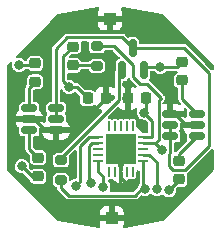
<source format=gbr>
%TF.GenerationSoftware,KiCad,Pcbnew,7.0.7*%
%TF.CreationDate,2023-11-25T18:05:24+10:30*%
%TF.ProjectId,ring_pcb_IR,72696e67-5f70-4636-925f-49522e6b6963,rev?*%
%TF.SameCoordinates,Original*%
%TF.FileFunction,Copper,L1,Top*%
%TF.FilePolarity,Positive*%
%FSLAX46Y46*%
G04 Gerber Fmt 4.6, Leading zero omitted, Abs format (unit mm)*
G04 Created by KiCad (PCBNEW 7.0.7) date 2023-11-25 18:05:24*
%MOMM*%
%LPD*%
G01*
G04 APERTURE LIST*
G04 Aperture macros list*
%AMRoundRect*
0 Rectangle with rounded corners*
0 $1 Rounding radius*
0 $2 $3 $4 $5 $6 $7 $8 $9 X,Y pos of 4 corners*
0 Add a 4 corners polygon primitive as box body*
4,1,4,$2,$3,$4,$5,$6,$7,$8,$9,$2,$3,0*
0 Add four circle primitives for the rounded corners*
1,1,$1+$1,$2,$3*
1,1,$1+$1,$4,$5*
1,1,$1+$1,$6,$7*
1,1,$1+$1,$8,$9*
0 Add four rect primitives between the rounded corners*
20,1,$1+$1,$2,$3,$4,$5,0*
20,1,$1+$1,$4,$5,$6,$7,0*
20,1,$1+$1,$6,$7,$8,$9,0*
20,1,$1+$1,$8,$9,$2,$3,0*%
G04 Aperture macros list end*
%TA.AperFunction,SMDPad,CuDef*%
%ADD10RoundRect,0.200000X0.275000X-0.200000X0.275000X0.200000X-0.275000X0.200000X-0.275000X-0.200000X0*%
%TD*%
%TA.AperFunction,SMDPad,CuDef*%
%ADD11RoundRect,0.225000X-0.225000X-0.250000X0.225000X-0.250000X0.225000X0.250000X-0.225000X0.250000X0*%
%TD*%
%TA.AperFunction,SMDPad,CuDef*%
%ADD12RoundRect,0.150000X0.150000X-0.587500X0.150000X0.587500X-0.150000X0.587500X-0.150000X-0.587500X0*%
%TD*%
%TA.AperFunction,SMDPad,CuDef*%
%ADD13RoundRect,0.218750X0.256250X-0.218750X0.256250X0.218750X-0.256250X0.218750X-0.256250X-0.218750X0*%
%TD*%
%TA.AperFunction,SMDPad,CuDef*%
%ADD14RoundRect,0.218750X-0.256250X0.218750X-0.256250X-0.218750X0.256250X-0.218750X0.256250X0.218750X0*%
%TD*%
%TA.AperFunction,SMDPad,CuDef*%
%ADD15R,1.000000X1.000000*%
%TD*%
%TA.AperFunction,SMDPad,CuDef*%
%ADD16RoundRect,0.150000X0.512500X0.150000X-0.512500X0.150000X-0.512500X-0.150000X0.512500X-0.150000X0*%
%TD*%
%TA.AperFunction,SMDPad,CuDef*%
%ADD17RoundRect,0.062500X-0.362500X-0.062500X0.362500X-0.062500X0.362500X0.062500X-0.362500X0.062500X0*%
%TD*%
%TA.AperFunction,SMDPad,CuDef*%
%ADD18RoundRect,0.062500X-0.062500X-0.362500X0.062500X-0.362500X0.062500X0.362500X-0.062500X0.362500X0*%
%TD*%
%TA.AperFunction,SMDPad,CuDef*%
%ADD19R,2.600000X2.600000*%
%TD*%
%TA.AperFunction,SMDPad,CuDef*%
%ADD20RoundRect,0.225000X0.225000X0.250000X-0.225000X0.250000X-0.225000X-0.250000X0.225000X-0.250000X0*%
%TD*%
%TA.AperFunction,SMDPad,CuDef*%
%ADD21RoundRect,0.150000X-0.512500X-0.150000X0.512500X-0.150000X0.512500X0.150000X-0.512500X0.150000X0*%
%TD*%
%TA.AperFunction,ViaPad*%
%ADD22C,0.800000*%
%TD*%
%TA.AperFunction,Conductor*%
%ADD23C,0.250000*%
%TD*%
G04 APERTURE END LIST*
D10*
%TO.P,R1,1*%
%TO.N,PB0*%
X132334000Y-116395000D03*
%TO.P,R1,2*%
%TO.N,Net-(Q1-B)*%
X132334000Y-114745000D03*
%TD*%
D11*
%TO.P,C1,1*%
%TO.N,VCC*%
X134607000Y-109474000D03*
%TO.P,C1,2*%
%TO.N,GND*%
X136157000Y-109474000D03*
%TD*%
D12*
%TO.P,Q1,1,B*%
%TO.N,Net-(Q1-B)*%
X137480000Y-107109500D03*
%TO.P,Q1,2,E*%
%TO.N,VCC*%
X139380000Y-107109500D03*
%TO.P,Q1,3,C*%
%TO.N,Net-(Q1-C)*%
X138430000Y-105234500D03*
%TD*%
D13*
%TO.P,D3,1,K*%
%TO.N,Net-(D3-K)*%
X130175000Y-108102500D03*
%TO.P,D3,2,A*%
%TO.N,VCC*%
X130175000Y-106527500D03*
%TD*%
D14*
%TO.P,D1,1,K*%
%TO.N,Net-(D1-K)*%
X130429000Y-114528500D03*
%TO.P,D1,2,A*%
%TO.N,VCC*%
X130429000Y-116103500D03*
%TD*%
%TO.P,D4,1,K*%
%TO.N,Net-(D4-K)*%
X142367000Y-114782500D03*
%TO.P,D4,2,A*%
%TO.N,VCC*%
X142367000Y-116357500D03*
%TD*%
D15*
%TO.P,TP7,1,1*%
%TO.N,GND*%
X136525000Y-102743000D03*
%TD*%
%TO.P,TP8,1,1*%
%TO.N,GND*%
X136652000Y-119634000D03*
%TD*%
D16*
%TO.P,Q2,1,C2*%
%TO.N,Net-(D4-K)*%
X143885500Y-112710000D03*
%TO.P,Q2,2,E2*%
%TO.N,GND*%
X143885500Y-111760000D03*
%TO.P,Q2,3,C1*%
%TO.N,Net-(D2-K)*%
X143885500Y-110810000D03*
%TO.P,Q2,4,E1*%
%TO.N,GND*%
X141610500Y-110810000D03*
%TO.P,Q2,5,B1*%
%TO.N,Net-(Q1-C)*%
X141610500Y-111760000D03*
%TO.P,Q2,6,B2*%
X141610500Y-112710000D03*
%TD*%
D13*
%TO.P,D2,1,K*%
%TO.N,Net-(D2-K)*%
X142621000Y-107975500D03*
%TO.P,D2,2,A*%
%TO.N,VCC*%
X142621000Y-106400500D03*
%TD*%
D17*
%TO.P,U2,1,~{RESET}/PB5*%
%TO.N,PB5*%
X135489000Y-112792000D03*
%TO.P,U2,2,XTAL1/PB3*%
%TO.N,PB3*%
X135489000Y-113292000D03*
%TO.P,U2,3,NC*%
%TO.N,unconnected-(U2-NC-Pad3)*%
X135489000Y-113792000D03*
%TO.P,U2,4,NC*%
%TO.N,unconnected-(U2-NC-Pad4)*%
X135489000Y-114292000D03*
%TO.P,U2,5,XTAL2/PB4*%
%TO.N,PB4*%
X135489000Y-114792000D03*
D18*
%TO.P,U2,6,NC*%
%TO.N,unconnected-(U2-NC-Pad6)*%
X136414000Y-115717000D03*
%TO.P,U2,7,NC*%
%TO.N,unconnected-(U2-NC-Pad7)*%
X136914000Y-115717000D03*
%TO.P,U2,8,GND*%
%TO.N,GND*%
X137414000Y-115717000D03*
%TO.P,U2,9,NC*%
%TO.N,unconnected-(U2-NC-Pad9)*%
X137914000Y-115717000D03*
%TO.P,U2,10,NC*%
%TO.N,unconnected-(U2-NC-Pad10)*%
X138414000Y-115717000D03*
D17*
%TO.P,U2,11,AREF/PB0*%
%TO.N,PB0*%
X139339000Y-114792000D03*
%TO.P,U2,12,PB1*%
%TO.N,PB1*%
X139339000Y-114292000D03*
%TO.P,U2,13,NC*%
%TO.N,unconnected-(U2-NC-Pad13)*%
X139339000Y-113792000D03*
%TO.P,U2,14,PB2*%
%TO.N,PB2*%
X139339000Y-113292000D03*
%TO.P,U2,15,VCC*%
%TO.N,VCC*%
X139339000Y-112792000D03*
D18*
%TO.P,U2,16,NC*%
%TO.N,unconnected-(U2-NC-Pad16)*%
X138414000Y-111867000D03*
%TO.P,U2,17,NC*%
%TO.N,unconnected-(U2-NC-Pad17)*%
X137914000Y-111867000D03*
%TO.P,U2,18,NC*%
%TO.N,unconnected-(U2-NC-Pad18)*%
X137414000Y-111867000D03*
%TO.P,U2,19,NC*%
%TO.N,unconnected-(U2-NC-Pad19)*%
X136914000Y-111867000D03*
%TO.P,U2,20,NC*%
%TO.N,unconnected-(U2-NC-Pad20)*%
X136414000Y-111867000D03*
D19*
%TO.P,U2,21,GND*%
%TO.N,GND*%
X137414000Y-113792000D03*
%TD*%
D20*
%TO.P,C2,1*%
%TO.N,VCC*%
X139560600Y-109474000D03*
%TO.P,C2,2*%
%TO.N,GND*%
X138010600Y-109474000D03*
%TD*%
D21*
%TO.P,Q3,1,C2*%
%TO.N,Net-(D3-K)*%
X129672500Y-110302000D03*
%TO.P,Q3,2,E2*%
%TO.N,GND*%
X129672500Y-111252000D03*
%TO.P,Q3,3,C1*%
%TO.N,Net-(D1-K)*%
X129672500Y-112202000D03*
%TO.P,Q3,4,E1*%
%TO.N,GND*%
X131947500Y-112202000D03*
%TO.P,Q3,5,B1*%
%TO.N,Net-(Q1-C)*%
X131947500Y-111252000D03*
%TO.P,Q3,6,B2*%
X131947500Y-110302000D03*
%TD*%
D13*
%TO.P,D5,1,K*%
%TO.N,Net-(D5-K)*%
X133350000Y-106705500D03*
%TO.P,D5,2,A*%
%TO.N,VCC*%
X133350000Y-105130500D03*
%TD*%
D10*
%TO.P,R2,1*%
%TO.N,Net-(D5-K)*%
X135382000Y-106743000D03*
%TO.P,R2,2*%
%TO.N,PB2*%
X135382000Y-105093000D03*
%TD*%
D22*
%TO.N,GND*%
X138049000Y-116840000D03*
X136271000Y-107823000D03*
X141351000Y-108458000D03*
X138042329Y-108322888D03*
%TO.N,PB5*%
X133604000Y-116898102D03*
%TO.N,PB4*%
X135942300Y-116997200D03*
%TO.N,PB3*%
X134882300Y-116694400D03*
%TO.N,PB2*%
X140876900Y-113832900D03*
%TO.N,PB1*%
X140464200Y-117185100D03*
%TO.N,PB0*%
X139458600Y-117156500D03*
%TO.N,VCC*%
X140761700Y-106823900D03*
X141469700Y-117288000D03*
X129029500Y-115231600D03*
X128809700Y-106667800D03*
X139379000Y-110695800D03*
X133063400Y-108552600D03*
%TD*%
D23*
%TO.N,VCC*%
X140081000Y-111397800D02*
X139379000Y-110695800D01*
X140081000Y-112792000D02*
X140081000Y-111397800D01*
X139339000Y-112792000D02*
X140081000Y-112792000D01*
%TO.N,PB2*%
X140623000Y-113005000D02*
X140336000Y-113292000D01*
X139615500Y-108250200D02*
X140843000Y-109477700D01*
X138475400Y-107678800D02*
X139046800Y-108250200D01*
X138475400Y-106692400D02*
X138475400Y-107678800D01*
X140623000Y-109697700D02*
X140623000Y-113005000D01*
X136876000Y-105093000D02*
X138475400Y-106692400D01*
X139046800Y-108250200D02*
X139615500Y-108250200D01*
X140843000Y-109477700D02*
X140623000Y-109697700D01*
X135382000Y-105093000D02*
X136876000Y-105093000D01*
%TO.N,PB0*%
X132334000Y-117045405D02*
X132334000Y-116395000D01*
X138646900Y-117729000D02*
X133017595Y-117729000D01*
X139339000Y-117036900D02*
X138646900Y-117729000D01*
X133017595Y-117729000D02*
X132334000Y-117045405D01*
%TO.N,GND*%
X137414000Y-116205000D02*
X137414000Y-115717000D01*
X138049000Y-116840000D02*
X137414000Y-116205000D01*
%TO.N,PB5*%
X134748000Y-112792000D02*
X135489000Y-112792000D01*
X133604000Y-116898102D02*
X133998800Y-116503302D01*
X133998800Y-116503302D02*
X133998800Y-113541200D01*
X133998800Y-113541200D02*
X134748000Y-112792000D01*
%TO.N,GND*%
X141610500Y-110810000D02*
X141994751Y-110810000D01*
X141994751Y-110810000D02*
X142944751Y-111760000D01*
X142944751Y-111760000D02*
X143885500Y-111760000D01*
X133429000Y-112202000D02*
X131947500Y-112202000D01*
X136157000Y-109474000D02*
X133429000Y-112202000D01*
X136271000Y-109360000D02*
X136157000Y-109474000D01*
X136271000Y-107823000D02*
X136271000Y-109360000D01*
X138042329Y-109442271D02*
X138010600Y-109474000D01*
X138042329Y-108322888D02*
X138042329Y-109442271D01*
X141610500Y-108717500D02*
X141351000Y-108458000D01*
X141610500Y-110810000D02*
X141610500Y-108717500D01*
X130056751Y-111252000D02*
X131006751Y-112202000D01*
X131006751Y-112202000D02*
X131947500Y-112202000D01*
X129672500Y-111252000D02*
X130056751Y-111252000D01*
%TO.N,PB4*%
X135489000Y-115669400D02*
X135489000Y-114792000D01*
X135942300Y-116122700D02*
X135489000Y-115669400D01*
X135942300Y-116997200D02*
X135942300Y-116122700D01*
%TO.N,PB3*%
X134960200Y-113292000D02*
X135489000Y-113292000D01*
X134727000Y-113525200D02*
X134960200Y-113292000D01*
X134727000Y-116539100D02*
X134727000Y-113525200D01*
X134882300Y-116694400D02*
X134727000Y-116539100D01*
%TO.N,PB2*%
X140876900Y-113832900D02*
X140336000Y-113292000D01*
X140336000Y-113292000D02*
X139339000Y-113292000D01*
%TO.N,PB1*%
X139838600Y-114292000D02*
X139339000Y-114292000D01*
X140464200Y-114917600D02*
X139838600Y-114292000D01*
X140464200Y-117185100D02*
X140464200Y-114917600D01*
%TO.N,PB0*%
X139458600Y-117156500D02*
X139339000Y-117036900D01*
X139339000Y-117036900D02*
X139339000Y-114792000D01*
%TO.N,Net-(Q1-C)*%
X141610500Y-112710000D02*
X141610500Y-111760000D01*
X141610500Y-114124800D02*
X141610500Y-112710000D01*
X141539600Y-114195700D02*
X141610500Y-114124800D01*
X141539600Y-115251100D02*
X141539600Y-114195700D01*
X141858500Y-115570000D02*
X141539600Y-115251100D01*
X142834200Y-115570000D02*
X141858500Y-115570000D01*
X144913300Y-113490900D02*
X142834200Y-115570000D01*
X144913300Y-107375500D02*
X144913300Y-113490900D01*
X142772300Y-105234500D02*
X144913300Y-107375500D01*
X138430000Y-105234500D02*
X142772300Y-105234500D01*
X131947500Y-111252000D02*
X131947500Y-110302000D01*
X137535600Y-104340100D02*
X138430000Y-105234500D01*
X132892700Y-104340100D02*
X137535600Y-104340100D01*
X131947500Y-105285300D02*
X132892700Y-104340100D01*
X131947500Y-110302000D02*
X131947500Y-105285300D01*
%TO.N,Net-(Q1-B)*%
X132334000Y-114569200D02*
X132334000Y-114745000D01*
X137234500Y-109668700D02*
X132334000Y-114569200D01*
X137234500Y-107355000D02*
X137234500Y-109668700D01*
X137480000Y-107109500D02*
X137234500Y-107355000D01*
%TO.N,Net-(D5-K)*%
X135344500Y-106705500D02*
X135382000Y-106743000D01*
X133350000Y-106705500D02*
X135344500Y-106705500D01*
%TO.N,Net-(D4-K)*%
X142367000Y-114228500D02*
X142367000Y-114782500D01*
X143885500Y-112710000D02*
X142367000Y-114228500D01*
%TO.N,Net-(D3-K)*%
X129672500Y-108605000D02*
X130175000Y-108102500D01*
X129672500Y-110302000D02*
X129672500Y-108605000D01*
%TO.N,Net-(D2-K)*%
X142621000Y-109545500D02*
X142621000Y-107975500D01*
X143885500Y-110810000D02*
X142621000Y-109545500D01*
%TO.N,Net-(D1-K)*%
X129672500Y-113772000D02*
X130429000Y-114528500D01*
X129672500Y-112202000D02*
X129672500Y-113772000D01*
%TO.N,VCC*%
X142367000Y-116390700D02*
X142367000Y-116357500D01*
X141469700Y-117288000D02*
X142367000Y-116390700D01*
X129901400Y-116103500D02*
X130429000Y-116103500D01*
X129029500Y-115231600D02*
X129901400Y-116103500D01*
X130034700Y-106667800D02*
X130175000Y-106527500D01*
X128809700Y-106667800D02*
X130034700Y-106667800D01*
X142197600Y-106823900D02*
X140761700Y-106823900D01*
X142621000Y-106400500D02*
X142197600Y-106823900D01*
X139665600Y-106823900D02*
X139380000Y-107109500D01*
X140761700Y-106823900D02*
X139665600Y-106823900D01*
X139560600Y-110514200D02*
X139560600Y-109474000D01*
X139379000Y-110695800D02*
X139560600Y-110514200D01*
X132538500Y-108027700D02*
X133063400Y-108552600D01*
X132538500Y-105942000D02*
X132538500Y-108027700D01*
X133350000Y-105130500D02*
X132538500Y-105942000D01*
X133685600Y-108552600D02*
X134607000Y-109474000D01*
X133063400Y-108552600D02*
X133685600Y-108552600D01*
%TD*%
%TA.AperFunction,Conductor*%
%TO.N,GND*%
G36*
X137570049Y-101779658D02*
G01*
X140930903Y-102355804D01*
X140993652Y-102386533D01*
X140997632Y-102390340D01*
X145251181Y-106643888D01*
X145284666Y-106705211D01*
X145287500Y-106731569D01*
X145287500Y-106990011D01*
X145267815Y-107057050D01*
X145215011Y-107102805D01*
X145145853Y-107112749D01*
X145082297Y-107083724D01*
X145075819Y-107077692D01*
X144564889Y-106566762D01*
X143014419Y-105016293D01*
X143010774Y-105012314D01*
X142984756Y-104981307D01*
X142984755Y-104981306D01*
X142973358Y-104974726D01*
X142949692Y-104961061D01*
X142945131Y-104958155D01*
X142931987Y-104948952D01*
X142911984Y-104934946D01*
X142911981Y-104934945D01*
X142907161Y-104932697D01*
X142890355Y-104925735D01*
X142885343Y-104923911D01*
X142845490Y-104916883D01*
X142840210Y-104915712D01*
X142801108Y-104905235D01*
X142766192Y-104908290D01*
X142760781Y-104908764D01*
X142755378Y-104909000D01*
X139054500Y-104909000D01*
X138987461Y-104889315D01*
X138941706Y-104836511D01*
X138930500Y-104785000D01*
X138930500Y-104613739D01*
X138920573Y-104545608D01*
X138920573Y-104545607D01*
X138869198Y-104440517D01*
X138869196Y-104440515D01*
X138869196Y-104440514D01*
X138786485Y-104357803D01*
X138681391Y-104306426D01*
X138613261Y-104296500D01*
X138613260Y-104296500D01*
X138246740Y-104296500D01*
X138246739Y-104296500D01*
X138178608Y-104306426D01*
X138112830Y-104338583D01*
X138043956Y-104350341D01*
X137979660Y-104322998D01*
X137970689Y-104314863D01*
X137952326Y-104296500D01*
X137777719Y-104121893D01*
X137774074Y-104117914D01*
X137748056Y-104086907D01*
X137748055Y-104086906D01*
X137736658Y-104080326D01*
X137712992Y-104066661D01*
X137708431Y-104063755D01*
X137695287Y-104054552D01*
X137675284Y-104040546D01*
X137675281Y-104040545D01*
X137670461Y-104038297D01*
X137653655Y-104031335D01*
X137648643Y-104029511D01*
X137608790Y-104022483D01*
X137603510Y-104021312D01*
X137564408Y-104010835D01*
X137529492Y-104013890D01*
X137524081Y-104014364D01*
X137518678Y-104014600D01*
X132909622Y-104014600D01*
X132904218Y-104014364D01*
X132898807Y-104013890D01*
X132863892Y-104010835D01*
X132863891Y-104010835D01*
X132824791Y-104021312D01*
X132819511Y-104022483D01*
X132779659Y-104029510D01*
X132774661Y-104031329D01*
X132757817Y-104038306D01*
X132753013Y-104040546D01*
X132719866Y-104063756D01*
X132715306Y-104066662D01*
X132680248Y-104086904D01*
X132680240Y-104086910D01*
X132654223Y-104117915D01*
X132650569Y-104121904D01*
X131729303Y-105043170D01*
X131725314Y-105046825D01*
X131694305Y-105072845D01*
X131674062Y-105107906D01*
X131671156Y-105112466D01*
X131647946Y-105145613D01*
X131645706Y-105150417D01*
X131638729Y-105167261D01*
X131636910Y-105172259D01*
X131629883Y-105212111D01*
X131628712Y-105217391D01*
X131618235Y-105256491D01*
X131621764Y-105296813D01*
X131622000Y-105302220D01*
X131622000Y-109677500D01*
X131602315Y-109744539D01*
X131549511Y-109790294D01*
X131498000Y-109801500D01*
X131401739Y-109801500D01*
X131333608Y-109811426D01*
X131228514Y-109862803D01*
X131145803Y-109945514D01*
X131094426Y-110050608D01*
X131084499Y-110118739D01*
X131084499Y-110485260D01*
X131094426Y-110553391D01*
X131145803Y-110658485D01*
X131176637Y-110689319D01*
X131210122Y-110750642D01*
X131205138Y-110820334D01*
X131176637Y-110864681D01*
X131145803Y-110895514D01*
X131094426Y-111000608D01*
X131084500Y-111068739D01*
X131084500Y-111433967D01*
X131064815Y-111501006D01*
X131036504Y-111531944D01*
X131027283Y-111539097D01*
X131025971Y-111537405D01*
X130974294Y-111565614D01*
X130904603Y-111560619D01*
X130856898Y-111528615D01*
X130832295Y-111502000D01*
X128512705Y-111502000D01*
X128512704Y-111502001D01*
X128512899Y-111504486D01*
X128558718Y-111662198D01*
X128642314Y-111803552D01*
X128642321Y-111803561D01*
X128758442Y-111919682D01*
X128761501Y-111922055D01*
X128763284Y-111924524D01*
X128763960Y-111925200D01*
X128763850Y-111925309D01*
X128802407Y-111978698D01*
X128809499Y-112020033D01*
X128809499Y-112385260D01*
X128819426Y-112453391D01*
X128870803Y-112558485D01*
X128953514Y-112641196D01*
X128953515Y-112641196D01*
X128953517Y-112641198D01*
X129058607Y-112692573D01*
X129092673Y-112697536D01*
X129126739Y-112702500D01*
X129126740Y-112702500D01*
X129223000Y-112702500D01*
X129290039Y-112722185D01*
X129335794Y-112774989D01*
X129347000Y-112826500D01*
X129347000Y-113755078D01*
X129346764Y-113760485D01*
X129343235Y-113800808D01*
X129353712Y-113839910D01*
X129354883Y-113845190D01*
X129361911Y-113885043D01*
X129363735Y-113890055D01*
X129370697Y-113906861D01*
X129372945Y-113911681D01*
X129372946Y-113911684D01*
X129375462Y-113915277D01*
X129396155Y-113944831D01*
X129399061Y-113949392D01*
X129419306Y-113984455D01*
X129450315Y-114010475D01*
X129454305Y-114014131D01*
X129717181Y-114277007D01*
X129750666Y-114338330D01*
X129753500Y-114364688D01*
X129753500Y-114780248D01*
X129758640Y-114812706D01*
X129749683Y-114881999D01*
X129704686Y-114935450D01*
X129637934Y-114956088D01*
X129570621Y-114937362D01*
X129537790Y-114907587D01*
X129457783Y-114803319D01*
X129452849Y-114799533D01*
X129332341Y-114707064D01*
X129327715Y-114705148D01*
X129186262Y-114646556D01*
X129186260Y-114646555D01*
X129029501Y-114625918D01*
X129029499Y-114625918D01*
X128872739Y-114646555D01*
X128872737Y-114646556D01*
X128726660Y-114707063D01*
X128601218Y-114803318D01*
X128504963Y-114928760D01*
X128444456Y-115074837D01*
X128444455Y-115074839D01*
X128423818Y-115231598D01*
X128423818Y-115231601D01*
X128444455Y-115388360D01*
X128444456Y-115388362D01*
X128498727Y-115519385D01*
X128504964Y-115534441D01*
X128601218Y-115659882D01*
X128726659Y-115756136D01*
X128872738Y-115816644D01*
X128922506Y-115823196D01*
X129029499Y-115837282D01*
X129029500Y-115837282D01*
X129029501Y-115837282D01*
X129065208Y-115832580D01*
X129097318Y-115828353D01*
X129166353Y-115839118D01*
X129201185Y-115863611D01*
X129659263Y-116321689D01*
X129662918Y-116325678D01*
X129688941Y-116356690D01*
X129688943Y-116356691D01*
X129688945Y-116356694D01*
X129688947Y-116356695D01*
X129688948Y-116356696D01*
X129709028Y-116368289D01*
X129757243Y-116418856D01*
X129765572Y-116444285D01*
X129766032Y-116444136D01*
X129769047Y-116453416D01*
X129769048Y-116453419D01*
X129769049Y-116453420D01*
X129829342Y-116571751D01*
X129829344Y-116571753D01*
X129829346Y-116571756D01*
X129923243Y-116665653D01*
X129923245Y-116665654D01*
X129923249Y-116665658D01*
X130041580Y-116725951D01*
X130041581Y-116725951D01*
X130041583Y-116725952D01*
X130041582Y-116725952D01*
X130139749Y-116741500D01*
X130139754Y-116741500D01*
X130718251Y-116741500D01*
X130816417Y-116725952D01*
X130816418Y-116725951D01*
X130816420Y-116725951D01*
X130934751Y-116665658D01*
X131028658Y-116571751D01*
X131088951Y-116453420D01*
X131088951Y-116453418D01*
X131088952Y-116453417D01*
X131104500Y-116355251D01*
X131104500Y-115851748D01*
X131088952Y-115753582D01*
X131081993Y-115739925D01*
X131028658Y-115635249D01*
X131028654Y-115635245D01*
X131028653Y-115635243D01*
X130934756Y-115541346D01*
X130934753Y-115541344D01*
X130934751Y-115541342D01*
X130816420Y-115481049D01*
X130816419Y-115481048D01*
X130816416Y-115481047D01*
X130816417Y-115481047D01*
X130718251Y-115465500D01*
X130718246Y-115465500D01*
X130139754Y-115465500D01*
X130139749Y-115465500D01*
X130041582Y-115481047D01*
X129921587Y-115542189D01*
X129852918Y-115555085D01*
X129788177Y-115528809D01*
X129777611Y-115519385D01*
X129661511Y-115403285D01*
X129628026Y-115341962D01*
X129626253Y-115299418D01*
X129635182Y-115231600D01*
X129635182Y-115231598D01*
X129621031Y-115124111D01*
X129617819Y-115099714D01*
X129628585Y-115030680D01*
X129674964Y-114978424D01*
X129742233Y-114959539D01*
X129809034Y-114980020D01*
X129828439Y-114995849D01*
X129923243Y-115090653D01*
X129923245Y-115090654D01*
X129923249Y-115090658D01*
X130041580Y-115150951D01*
X130041581Y-115150951D01*
X130041583Y-115150952D01*
X130041582Y-115150952D01*
X130139749Y-115166500D01*
X130139754Y-115166500D01*
X130718251Y-115166500D01*
X130816417Y-115150952D01*
X130816418Y-115150951D01*
X130816420Y-115150951D01*
X130934751Y-115090658D01*
X131028658Y-114996751D01*
X131088951Y-114878420D01*
X131088951Y-114878418D01*
X131088952Y-114878417D01*
X131104500Y-114780251D01*
X131104500Y-114276748D01*
X131088952Y-114178582D01*
X131078655Y-114158373D01*
X131028658Y-114060249D01*
X131028654Y-114060245D01*
X131028653Y-114060243D01*
X130934756Y-113966346D01*
X130934753Y-113966344D01*
X130934751Y-113966342D01*
X130816420Y-113906049D01*
X130816419Y-113906048D01*
X130816416Y-113906047D01*
X130816417Y-113906047D01*
X130718251Y-113890500D01*
X130718246Y-113890500D01*
X130302688Y-113890500D01*
X130235649Y-113870815D01*
X130215007Y-113854181D01*
X130034319Y-113673493D01*
X130000834Y-113612170D01*
X129998000Y-113585812D01*
X129998000Y-112826500D01*
X130017685Y-112759461D01*
X130070489Y-112713706D01*
X130122000Y-112702500D01*
X130218261Y-112702500D01*
X130240971Y-112699190D01*
X130286393Y-112692573D01*
X130391483Y-112641198D01*
X130474198Y-112558483D01*
X130525573Y-112453393D01*
X130525776Y-112452001D01*
X130787704Y-112452001D01*
X130787899Y-112454486D01*
X130833718Y-112612198D01*
X130917314Y-112753552D01*
X130917321Y-112753561D01*
X131033438Y-112869678D01*
X131033447Y-112869685D01*
X131174803Y-112953282D01*
X131174806Y-112953283D01*
X131332504Y-112999099D01*
X131332510Y-112999100D01*
X131369356Y-113002000D01*
X131697500Y-113002000D01*
X131697500Y-113001999D01*
X132197499Y-113001999D01*
X132197500Y-113002000D01*
X132525644Y-113002000D01*
X132562489Y-112999100D01*
X132562495Y-112999099D01*
X132720193Y-112953283D01*
X132720196Y-112953282D01*
X132861552Y-112869685D01*
X132861561Y-112869678D01*
X132977678Y-112753561D01*
X132977685Y-112753552D01*
X133061281Y-112612198D01*
X133107100Y-112454486D01*
X133107295Y-112452001D01*
X133107295Y-112452000D01*
X132197500Y-112452000D01*
X132197499Y-113001999D01*
X131697500Y-113001999D01*
X131697500Y-112452000D01*
X130787705Y-112452000D01*
X130787704Y-112452001D01*
X130525776Y-112452001D01*
X130535500Y-112385260D01*
X130535500Y-112020032D01*
X130555185Y-111952993D01*
X130583510Y-111922045D01*
X130592731Y-111914894D01*
X130594047Y-111916591D01*
X130645669Y-111888394D01*
X130715361Y-111893368D01*
X130763100Y-111925384D01*
X130787704Y-111952000D01*
X133107295Y-111952000D01*
X133107295Y-111951998D01*
X133107100Y-111949513D01*
X133061281Y-111791801D01*
X132977685Y-111650447D01*
X132977678Y-111650438D01*
X132861559Y-111534319D01*
X132858496Y-111531943D01*
X132856710Y-111529470D01*
X132856040Y-111528800D01*
X132856148Y-111528691D01*
X132817591Y-111475299D01*
X132810500Y-111433966D01*
X132810500Y-111068739D01*
X132800573Y-111000608D01*
X132800038Y-110999513D01*
X132749198Y-110895517D01*
X132749196Y-110895515D01*
X132749196Y-110895514D01*
X132718362Y-110864680D01*
X132684877Y-110803357D01*
X132689861Y-110733665D01*
X132718360Y-110689320D01*
X132749198Y-110658483D01*
X132800573Y-110553393D01*
X132810500Y-110485260D01*
X132810500Y-110118740D01*
X132800573Y-110050607D01*
X132749198Y-109945517D01*
X132749196Y-109945515D01*
X132749196Y-109945514D01*
X132666485Y-109862803D01*
X132561391Y-109811426D01*
X132493261Y-109801500D01*
X132493260Y-109801500D01*
X132397000Y-109801500D01*
X132329961Y-109781815D01*
X132284206Y-109729011D01*
X132273000Y-109677500D01*
X132273000Y-108836978D01*
X132292685Y-108769939D01*
X132345489Y-108724184D01*
X132414647Y-108714240D01*
X132478203Y-108743265D01*
X132511561Y-108789526D01*
X132538862Y-108855438D01*
X132538863Y-108855440D01*
X132538864Y-108855441D01*
X132635118Y-108980882D01*
X132760559Y-109077136D01*
X132906638Y-109137644D01*
X132985019Y-109147962D01*
X133063399Y-109158282D01*
X133063400Y-109158282D01*
X133063401Y-109158282D01*
X133115654Y-109151402D01*
X133220162Y-109137644D01*
X133366241Y-109077136D01*
X133491682Y-108980882D01*
X133491684Y-108980878D01*
X133497000Y-108976800D01*
X133562169Y-108951605D01*
X133630614Y-108965643D01*
X133660168Y-108987494D01*
X133920181Y-109247507D01*
X133953666Y-109308830D01*
X133956500Y-109335188D01*
X133956500Y-109757493D01*
X133972279Y-109857121D01*
X133972280Y-109857124D01*
X133972281Y-109857126D01*
X134017317Y-109945514D01*
X134033473Y-109977221D01*
X134033476Y-109977225D01*
X134128774Y-110072523D01*
X134128778Y-110072526D01*
X134128780Y-110072528D01*
X134248874Y-110133719D01*
X134248876Y-110133719D01*
X134248878Y-110133720D01*
X134348507Y-110149500D01*
X134348512Y-110149500D01*
X134865493Y-110149500D01*
X134965121Y-110133720D01*
X134965121Y-110133719D01*
X134965126Y-110133719D01*
X135085220Y-110072528D01*
X135104173Y-110053574D01*
X135165494Y-110020090D01*
X135235185Y-110025073D01*
X135291120Y-110066944D01*
X135297392Y-110076159D01*
X135359424Y-110176728D01*
X135359427Y-110176732D01*
X135479267Y-110296572D01*
X135479271Y-110296575D01*
X135623507Y-110385542D01*
X135623520Y-110385548D01*
X135758523Y-110430283D01*
X135815968Y-110470055D01*
X135842792Y-110534571D01*
X135830477Y-110603347D01*
X135807201Y-110635670D01*
X132334691Y-114108181D01*
X132273368Y-114141666D01*
X132247011Y-114144500D01*
X132027482Y-114144500D01*
X131946519Y-114157323D01*
X131933696Y-114159354D01*
X131820658Y-114216950D01*
X131820657Y-114216951D01*
X131820652Y-114216954D01*
X131730954Y-114306652D01*
X131730951Y-114306657D01*
X131730950Y-114306658D01*
X131718511Y-114331071D01*
X131673352Y-114419698D01*
X131658500Y-114513475D01*
X131658500Y-114976517D01*
X131666386Y-115026309D01*
X131673354Y-115070304D01*
X131730950Y-115183342D01*
X131730952Y-115183344D01*
X131730954Y-115183347D01*
X131820652Y-115273045D01*
X131820654Y-115273046D01*
X131820658Y-115273050D01*
X131933694Y-115330645D01*
X131933698Y-115330647D01*
X132027475Y-115345499D01*
X132027481Y-115345500D01*
X132640518Y-115345499D01*
X132734304Y-115330646D01*
X132847342Y-115273050D01*
X132937050Y-115183342D01*
X132994646Y-115070304D01*
X132994646Y-115070302D01*
X132994647Y-115070301D01*
X133006438Y-114995849D01*
X133009500Y-114976519D01*
X133009499Y-114513482D01*
X133009499Y-114513481D01*
X133009499Y-114513477D01*
X132997581Y-114438230D01*
X133006536Y-114368936D01*
X133032370Y-114331154D01*
X133461620Y-113901905D01*
X133522942Y-113868421D01*
X133592634Y-113873405D01*
X133648567Y-113915277D01*
X133672984Y-113980741D01*
X133673300Y-113989587D01*
X133673300Y-116174551D01*
X133653615Y-116241590D01*
X133600811Y-116287345D01*
X133565486Y-116297490D01*
X133447238Y-116313058D01*
X133447237Y-116313058D01*
X133301157Y-116373566D01*
X133208985Y-116444293D01*
X133143816Y-116469487D01*
X133075371Y-116455449D01*
X133025382Y-116406635D01*
X133009499Y-116345917D01*
X133009499Y-116163482D01*
X133001808Y-116114922D01*
X132994646Y-116069696D01*
X132937050Y-115956658D01*
X132937046Y-115956654D01*
X132937045Y-115956652D01*
X132847347Y-115866954D01*
X132847344Y-115866952D01*
X132847342Y-115866950D01*
X132768133Y-115826591D01*
X132734301Y-115809352D01*
X132640524Y-115794500D01*
X132027482Y-115794500D01*
X131946519Y-115807323D01*
X131933696Y-115809354D01*
X131820658Y-115866950D01*
X131820657Y-115866951D01*
X131820652Y-115866954D01*
X131730954Y-115956652D01*
X131730951Y-115956657D01*
X131673352Y-116069698D01*
X131658500Y-116163475D01*
X131658500Y-116626517D01*
X131667338Y-116682318D01*
X131673354Y-116720304D01*
X131730950Y-116833342D01*
X131730952Y-116833344D01*
X131730954Y-116833347D01*
X131820652Y-116923045D01*
X131820654Y-116923046D01*
X131820658Y-116923050D01*
X131933696Y-116980646D01*
X131933698Y-116980646D01*
X131938239Y-116982960D01*
X131989035Y-117030935D01*
X131999661Y-117064342D01*
X132001928Y-117063735D01*
X132015212Y-117113315D01*
X132016383Y-117118595D01*
X132023411Y-117158448D01*
X132025235Y-117163460D01*
X132032197Y-117180266D01*
X132034445Y-117185086D01*
X132034446Y-117185089D01*
X132045546Y-117200942D01*
X132057655Y-117218236D01*
X132060561Y-117222797D01*
X132080806Y-117257860D01*
X132111815Y-117283880D01*
X132115805Y-117287536D01*
X132775463Y-117947195D01*
X132779118Y-117951184D01*
X132805136Y-117982190D01*
X132805138Y-117982191D01*
X132805140Y-117982194D01*
X132840194Y-118002432D01*
X132844754Y-118005337D01*
X132877911Y-118028554D01*
X132877914Y-118028554D01*
X132882771Y-118030820D01*
X132899528Y-118037760D01*
X132904548Y-118039587D01*
X132904550Y-118039588D01*
X132944425Y-118046618D01*
X132949682Y-118047784D01*
X132988788Y-118058263D01*
X133029105Y-118054735D01*
X133034507Y-118054500D01*
X138629978Y-118054500D01*
X138635381Y-118054735D01*
X138675707Y-118058264D01*
X138714840Y-118047777D01*
X138720062Y-118046619D01*
X138759945Y-118039588D01*
X138759950Y-118039584D01*
X138764999Y-118037747D01*
X138781724Y-118030819D01*
X138786581Y-118028554D01*
X138786584Y-118028554D01*
X138819741Y-118005335D01*
X138824290Y-118002438D01*
X138859355Y-117982194D01*
X138859359Y-117982190D01*
X138870437Y-117968986D01*
X138885381Y-117951176D01*
X138889021Y-117947203D01*
X139096770Y-117739455D01*
X139158092Y-117705971D01*
X139227784Y-117710955D01*
X139231902Y-117712576D01*
X139272897Y-117729556D01*
X139301838Y-117741544D01*
X139380219Y-117751863D01*
X139458599Y-117762182D01*
X139458600Y-117762182D01*
X139458601Y-117762182D01*
X139510854Y-117755302D01*
X139615362Y-117741544D01*
X139761441Y-117681036D01*
X139868756Y-117598689D01*
X139933924Y-117573497D01*
X140002368Y-117587535D01*
X140031922Y-117609386D01*
X140035913Y-117613377D01*
X140035915Y-117613379D01*
X140035918Y-117613382D01*
X140161359Y-117709636D01*
X140307438Y-117770144D01*
X140385819Y-117780462D01*
X140464199Y-117790782D01*
X140464200Y-117790782D01*
X140464201Y-117790782D01*
X140516454Y-117783902D01*
X140620962Y-117770144D01*
X140767041Y-117709636D01*
X140838150Y-117655071D01*
X140903319Y-117629877D01*
X140971764Y-117643915D01*
X141012012Y-117677960D01*
X141041415Y-117716279D01*
X141041416Y-117716280D01*
X141041418Y-117716282D01*
X141166859Y-117812536D01*
X141312938Y-117873044D01*
X141391319Y-117883363D01*
X141469699Y-117893682D01*
X141469700Y-117893682D01*
X141469701Y-117893682D01*
X141521954Y-117886802D01*
X141626462Y-117873044D01*
X141772541Y-117812536D01*
X141897982Y-117716282D01*
X141994236Y-117590841D01*
X142054744Y-117444762D01*
X142075382Y-117288000D01*
X142066453Y-117220181D01*
X142077218Y-117151147D01*
X142101711Y-117116314D01*
X142142683Y-117075343D01*
X142186207Y-117031818D01*
X142247532Y-116998334D01*
X142273889Y-116995500D01*
X142656251Y-116995500D01*
X142754417Y-116979952D01*
X142754418Y-116979951D01*
X142754420Y-116979951D01*
X142872751Y-116919658D01*
X142966658Y-116825751D01*
X143026951Y-116707420D01*
X143026951Y-116707418D01*
X143026952Y-116707417D01*
X143042500Y-116609251D01*
X143042500Y-116105748D01*
X143026952Y-116007583D01*
X143026951Y-116007581D01*
X143026951Y-116007580D01*
X143011818Y-115977880D01*
X142998922Y-115909215D01*
X143025197Y-115844474D01*
X143042606Y-115826591D01*
X143046657Y-115823192D01*
X143070281Y-115795037D01*
X143072681Y-115792176D01*
X143076322Y-115788202D01*
X145075821Y-113788704D01*
X145137142Y-113755221D01*
X145206834Y-113760205D01*
X145262767Y-113802077D01*
X145287184Y-113867541D01*
X145287500Y-113876387D01*
X145287500Y-115518429D01*
X145267815Y-115585468D01*
X145251181Y-115606110D01*
X140997396Y-119859894D01*
X140936073Y-119893379D01*
X140931264Y-119894326D01*
X137766152Y-120452875D01*
X137696712Y-120445141D01*
X137642477Y-120401092D01*
X137620666Y-120334714D01*
X137628421Y-120287428D01*
X137645597Y-120241376D01*
X137645598Y-120241372D01*
X137651999Y-120181844D01*
X137652000Y-120181827D01*
X137652000Y-119884000D01*
X135652000Y-119884000D01*
X135652000Y-120181844D01*
X135658401Y-120241372D01*
X135658402Y-120241376D01*
X135679921Y-120299070D01*
X135684905Y-120368762D01*
X135651420Y-120430085D01*
X135590097Y-120463570D01*
X135543354Y-120464717D01*
X132119436Y-119894065D01*
X132056544Y-119863627D01*
X132052140Y-119859433D01*
X131576707Y-119384000D01*
X135652000Y-119384000D01*
X136402000Y-119384000D01*
X136402000Y-118634000D01*
X136902000Y-118634000D01*
X136902000Y-119384000D01*
X137652000Y-119384000D01*
X137652000Y-119086172D01*
X137651999Y-119086155D01*
X137645598Y-119026627D01*
X137645596Y-119026620D01*
X137595354Y-118891913D01*
X137595350Y-118891906D01*
X137509190Y-118776812D01*
X137509187Y-118776809D01*
X137394093Y-118690649D01*
X137394086Y-118690645D01*
X137259379Y-118640403D01*
X137259372Y-118640401D01*
X137199844Y-118634000D01*
X136902000Y-118634000D01*
X136402000Y-118634000D01*
X136104155Y-118634000D01*
X136044627Y-118640401D01*
X136044620Y-118640403D01*
X135909913Y-118690645D01*
X135909906Y-118690649D01*
X135794812Y-118776809D01*
X135794809Y-118776812D01*
X135708649Y-118891906D01*
X135708645Y-118891913D01*
X135658403Y-119026620D01*
X135658401Y-119026627D01*
X135652000Y-119086155D01*
X135652000Y-119384000D01*
X131576707Y-119384000D01*
X127915331Y-115722623D01*
X127912163Y-115719208D01*
X127792485Y-115580047D01*
X127763697Y-115516383D01*
X127762500Y-115499194D01*
X127762500Y-111001998D01*
X128512704Y-111001998D01*
X128512705Y-111002000D01*
X130832295Y-111002000D01*
X130832295Y-111001998D01*
X130832100Y-110999513D01*
X130786281Y-110841801D01*
X130702685Y-110700447D01*
X130702678Y-110700438D01*
X130586559Y-110584319D01*
X130583496Y-110581943D01*
X130581710Y-110579470D01*
X130581040Y-110578800D01*
X130581148Y-110578691D01*
X130542591Y-110525299D01*
X130535500Y-110483966D01*
X130535500Y-110301726D01*
X130535500Y-110118740D01*
X130525573Y-110050607D01*
X130474198Y-109945517D01*
X130474196Y-109945515D01*
X130474196Y-109945514D01*
X130391485Y-109862803D01*
X130286391Y-109811426D01*
X130218261Y-109801500D01*
X130218260Y-109801500D01*
X130122000Y-109801500D01*
X130054961Y-109781815D01*
X130009206Y-109729011D01*
X129998000Y-109677500D01*
X129998000Y-108864500D01*
X130017685Y-108797461D01*
X130070489Y-108751706D01*
X130122000Y-108740500D01*
X130464251Y-108740500D01*
X130562417Y-108724952D01*
X130562418Y-108724951D01*
X130562420Y-108724951D01*
X130680751Y-108664658D01*
X130774658Y-108570751D01*
X130834951Y-108452420D01*
X130834951Y-108452418D01*
X130834952Y-108452417D01*
X130850499Y-108354251D01*
X130850500Y-108354246D01*
X130850500Y-107850754D01*
X130844022Y-107809851D01*
X130834952Y-107752582D01*
X130820260Y-107723748D01*
X130774658Y-107634249D01*
X130774654Y-107634245D01*
X130774653Y-107634243D01*
X130680756Y-107540346D01*
X130680753Y-107540344D01*
X130680751Y-107540342D01*
X130562420Y-107480049D01*
X130562419Y-107480048D01*
X130562416Y-107480047D01*
X130562417Y-107480047D01*
X130464251Y-107464500D01*
X130464246Y-107464500D01*
X129885754Y-107464500D01*
X129885749Y-107464500D01*
X129787582Y-107480047D01*
X129734199Y-107507248D01*
X129669249Y-107540342D01*
X129669248Y-107540343D01*
X129669243Y-107540346D01*
X129575346Y-107634243D01*
X129575343Y-107634248D01*
X129575342Y-107634249D01*
X129555244Y-107673692D01*
X129515047Y-107752582D01*
X129499500Y-107850748D01*
X129499500Y-108266311D01*
X129479815Y-108333350D01*
X129463179Y-108353993D01*
X129458736Y-108358436D01*
X129454298Y-108362874D01*
X129450312Y-108366526D01*
X129419305Y-108392545D01*
X129399062Y-108427606D01*
X129396156Y-108432166D01*
X129372946Y-108465313D01*
X129370706Y-108470117D01*
X129363729Y-108486961D01*
X129361910Y-108491959D01*
X129354883Y-108531811D01*
X129353712Y-108537091D01*
X129343235Y-108576191D01*
X129346764Y-108616513D01*
X129347000Y-108621920D01*
X129347000Y-109677500D01*
X129327315Y-109744539D01*
X129274511Y-109790294D01*
X129223000Y-109801500D01*
X129126739Y-109801500D01*
X129058608Y-109811426D01*
X128953514Y-109862803D01*
X128870803Y-109945514D01*
X128819426Y-110050608D01*
X128809499Y-110118739D01*
X128809499Y-110483967D01*
X128789814Y-110551007D01*
X128761508Y-110581940D01*
X128758447Y-110584314D01*
X128642318Y-110700442D01*
X128642314Y-110700447D01*
X128558718Y-110841801D01*
X128512899Y-110999513D01*
X128512704Y-111001998D01*
X127762500Y-111001998D01*
X127762500Y-106731568D01*
X127782185Y-106664529D01*
X127798814Y-106643892D01*
X128010778Y-106431928D01*
X128072099Y-106398445D01*
X128141791Y-106403429D01*
X128197724Y-106445301D01*
X128222141Y-106510765D01*
X128221396Y-106535796D01*
X128204017Y-106667798D01*
X128204018Y-106667801D01*
X128224655Y-106824560D01*
X128224656Y-106824562D01*
X128246550Y-106877420D01*
X128285164Y-106970641D01*
X128381418Y-107096082D01*
X128506859Y-107192336D01*
X128652938Y-107252844D01*
X128725941Y-107262455D01*
X128809699Y-107273482D01*
X128809700Y-107273482D01*
X128809701Y-107273482D01*
X128874044Y-107265011D01*
X128966462Y-107252844D01*
X129112541Y-107192336D01*
X129237982Y-107096082D01*
X129279623Y-107041813D01*
X129336051Y-107000611D01*
X129377999Y-106993300D01*
X129521528Y-106993300D01*
X129588567Y-107012985D01*
X129609209Y-107029619D01*
X129669243Y-107089653D01*
X129669245Y-107089654D01*
X129669249Y-107089658D01*
X129787580Y-107149951D01*
X129787581Y-107149951D01*
X129787583Y-107149952D01*
X129787582Y-107149952D01*
X129885749Y-107165500D01*
X129885754Y-107165500D01*
X130464251Y-107165500D01*
X130562417Y-107149952D01*
X130562418Y-107149951D01*
X130562420Y-107149951D01*
X130680751Y-107089658D01*
X130774658Y-106995751D01*
X130834951Y-106877420D01*
X130834951Y-106877418D01*
X130834952Y-106877417D01*
X130850499Y-106779251D01*
X130850500Y-106779246D01*
X130850500Y-106275754D01*
X130849444Y-106269090D01*
X130834952Y-106177582D01*
X130827305Y-106162574D01*
X130774658Y-106059249D01*
X130774654Y-106059245D01*
X130774653Y-106059243D01*
X130680756Y-105965346D01*
X130680753Y-105965344D01*
X130680751Y-105965342D01*
X130562420Y-105905049D01*
X130562419Y-105905048D01*
X130562416Y-105905047D01*
X130562417Y-105905047D01*
X130464251Y-105889500D01*
X130464246Y-105889500D01*
X129885754Y-105889500D01*
X129885749Y-105889500D01*
X129787582Y-105905047D01*
X129734199Y-105932248D01*
X129669249Y-105965342D01*
X129669248Y-105965342D01*
X129669248Y-105965343D01*
X129669243Y-105965346D01*
X129575346Y-106059243D01*
X129575343Y-106059248D01*
X129575342Y-106059249D01*
X129548874Y-106111196D01*
X129515047Y-106177583D01*
X129505527Y-106237697D01*
X129475598Y-106300832D01*
X129416287Y-106337764D01*
X129383054Y-106342300D01*
X129377999Y-106342300D01*
X129310960Y-106322615D01*
X129279623Y-106293786D01*
X129237983Y-106239519D01*
X129235017Y-106237243D01*
X129112541Y-106143264D01*
X128966462Y-106082756D01*
X128966460Y-106082755D01*
X128809701Y-106062118D01*
X128809699Y-106062118D01*
X128677696Y-106079496D01*
X128608661Y-106068730D01*
X128556405Y-106022350D01*
X128537520Y-105955081D01*
X128558001Y-105888281D01*
X128573826Y-105868880D01*
X131449705Y-102993000D01*
X135525000Y-102993000D01*
X135525000Y-103290844D01*
X135531401Y-103350372D01*
X135531403Y-103350379D01*
X135581645Y-103485086D01*
X135581649Y-103485093D01*
X135667809Y-103600187D01*
X135667812Y-103600190D01*
X135782906Y-103686350D01*
X135782913Y-103686354D01*
X135917620Y-103736596D01*
X135917627Y-103736598D01*
X135977155Y-103742999D01*
X135977172Y-103743000D01*
X136275000Y-103743000D01*
X136275000Y-102993000D01*
X136775000Y-102993000D01*
X136775000Y-103743000D01*
X137072828Y-103743000D01*
X137072844Y-103742999D01*
X137132372Y-103736598D01*
X137132379Y-103736596D01*
X137267086Y-103686354D01*
X137267093Y-103686350D01*
X137382187Y-103600190D01*
X137382190Y-103600187D01*
X137468350Y-103485093D01*
X137468354Y-103485086D01*
X137518596Y-103350379D01*
X137518598Y-103350372D01*
X137524999Y-103290844D01*
X137525000Y-103290827D01*
X137525000Y-102993000D01*
X136775000Y-102993000D01*
X136275000Y-102993000D01*
X135525000Y-102993000D01*
X131449705Y-102993000D01*
X132052366Y-102390339D01*
X132113687Y-102356856D01*
X132119071Y-102355809D01*
X135479938Y-101779660D01*
X135549337Y-101787734D01*
X135603356Y-101832048D01*
X135624842Y-101898532D01*
X135606973Y-101966078D01*
X135600155Y-101976187D01*
X135581646Y-102000911D01*
X135581645Y-102000913D01*
X135531403Y-102135620D01*
X135531401Y-102135627D01*
X135525000Y-102195155D01*
X135525000Y-102493000D01*
X137525000Y-102493000D01*
X137525000Y-102195172D01*
X137524999Y-102195155D01*
X137518598Y-102135627D01*
X137518596Y-102135620D01*
X137468354Y-102000913D01*
X137468352Y-102000910D01*
X137449846Y-101976189D01*
X137425428Y-101910725D01*
X137440279Y-101842451D01*
X137489684Y-101793046D01*
X137557957Y-101778193D01*
X137570049Y-101779658D01*
G37*
%TD.AperFunction*%
%TA.AperFunction,Conductor*%
G36*
X137607039Y-113561685D02*
G01*
X137652794Y-113614489D01*
X137664000Y-113666000D01*
X137664000Y-115124112D01*
X137644315Y-115191151D01*
X137643103Y-115193002D01*
X137603759Y-115251884D01*
X137603758Y-115251887D01*
X137588500Y-115328594D01*
X137588500Y-115531137D01*
X137568815Y-115598176D01*
X137552182Y-115618817D01*
X137539000Y-115631999D01*
X137539000Y-116638624D01*
X137539001Y-116638625D01*
X137623334Y-116627523D01*
X137623342Y-116627521D01*
X137760175Y-116570843D01*
X137877681Y-116480678D01*
X137951931Y-116383913D01*
X138008359Y-116342710D01*
X138026108Y-116337783D01*
X138079117Y-116327240D01*
X138095107Y-116316555D01*
X138161783Y-116295676D01*
X138229164Y-116314159D01*
X138232871Y-116316541D01*
X138246545Y-116325678D01*
X138248883Y-116327240D01*
X138248887Y-116327241D01*
X138285683Y-116334560D01*
X138325599Y-116342500D01*
X138502400Y-116342499D01*
X138579117Y-116327240D01*
X138666112Y-116269112D01*
X138724240Y-116182117D01*
X138739500Y-116105401D01*
X138739499Y-115702229D01*
X138759183Y-115635192D01*
X138811987Y-115589437D01*
X138820165Y-115586049D01*
X138846166Y-115576351D01*
X138915858Y-115571367D01*
X138977181Y-115604851D01*
X139010666Y-115666174D01*
X139013500Y-115692533D01*
X139013500Y-116708043D01*
X138993815Y-116775082D01*
X138987876Y-116783529D01*
X138934064Y-116853657D01*
X138873555Y-116999739D01*
X138872638Y-117006703D01*
X138844367Y-117070598D01*
X138837382Y-117078190D01*
X138548391Y-117367182D01*
X138487071Y-117400666D01*
X138460712Y-117403500D01*
X136609561Y-117403500D01*
X136542522Y-117383815D01*
X136496767Y-117331011D01*
X136486823Y-117261853D01*
X136495000Y-117232047D01*
X136527344Y-117153962D01*
X136541684Y-117045036D01*
X136547982Y-116997201D01*
X136547982Y-116997198D01*
X136529882Y-116859718D01*
X136527344Y-116840438D01*
X136466836Y-116694359D01*
X136370582Y-116568918D01*
X136370580Y-116568916D01*
X136370579Y-116568915D01*
X136365312Y-116564874D01*
X136324110Y-116508446D01*
X136319956Y-116438699D01*
X136354169Y-116377780D01*
X136415887Y-116345027D01*
X136440796Y-116342499D01*
X136502400Y-116342499D01*
X136579117Y-116327240D01*
X136595107Y-116316555D01*
X136661783Y-116295676D01*
X136729164Y-116314159D01*
X136732871Y-116316541D01*
X136746545Y-116325678D01*
X136748883Y-116327240D01*
X136748887Y-116327241D01*
X136801884Y-116337783D01*
X136863795Y-116370167D01*
X136876069Y-116383914D01*
X136950318Y-116480678D01*
X137067824Y-116570843D01*
X137204657Y-116627521D01*
X137204665Y-116627523D01*
X137288998Y-116638625D01*
X137289000Y-116638624D01*
X137289000Y-115632000D01*
X137275818Y-115618818D01*
X137242333Y-115557495D01*
X137239499Y-115531137D01*
X137239499Y-115328602D01*
X137239499Y-115328600D01*
X137224240Y-115251883D01*
X137224239Y-115251881D01*
X137224237Y-115251876D01*
X137184898Y-115193001D01*
X137164020Y-115126324D01*
X137164000Y-115124111D01*
X137164000Y-113666000D01*
X137183685Y-113598961D01*
X137236489Y-113553206D01*
X137288000Y-113542000D01*
X137540000Y-113542000D01*
X137607039Y-113561685D01*
G37*
%TD.AperFunction*%
%TA.AperFunction,Conductor*%
G36*
X142653361Y-111451368D02*
G01*
X142701100Y-111483384D01*
X142725704Y-111510000D01*
X144011500Y-111510000D01*
X144078539Y-111529685D01*
X144124294Y-111582489D01*
X144135500Y-111634000D01*
X144135500Y-111886000D01*
X144115815Y-111953039D01*
X144063011Y-111998794D01*
X144011500Y-112010000D01*
X142725705Y-112010000D01*
X142725704Y-112010001D01*
X142725899Y-112012486D01*
X142771718Y-112170198D01*
X142855314Y-112311552D01*
X142855321Y-112311561D01*
X142971439Y-112427679D01*
X142974497Y-112430051D01*
X142976280Y-112432520D01*
X142976960Y-112433200D01*
X142976850Y-112433309D01*
X143015406Y-112486692D01*
X143022500Y-112528033D01*
X143022500Y-112893260D01*
X143032426Y-112961392D01*
X143032427Y-112961394D01*
X143039957Y-112976798D01*
X143051714Y-113045671D01*
X143024369Y-113109967D01*
X143016236Y-113118936D01*
X142148803Y-113986370D01*
X142144815Y-113990024D01*
X142139709Y-113994309D01*
X142075702Y-114022324D01*
X142006709Y-114011287D01*
X141954636Y-113964701D01*
X141936000Y-113899322D01*
X141936000Y-113334500D01*
X141955685Y-113267461D01*
X142008489Y-113221706D01*
X142060000Y-113210500D01*
X142156261Y-113210500D01*
X142178971Y-113207190D01*
X142224393Y-113200573D01*
X142329483Y-113149198D01*
X142412198Y-113066483D01*
X142463573Y-112961393D01*
X142473500Y-112893260D01*
X142473500Y-112526740D01*
X142463573Y-112458607D01*
X142412198Y-112353517D01*
X142412196Y-112353515D01*
X142412196Y-112353514D01*
X142381362Y-112322680D01*
X142347877Y-112261357D01*
X142352861Y-112191665D01*
X142381360Y-112147320D01*
X142412198Y-112116483D01*
X142463573Y-112011393D01*
X142473500Y-111943260D01*
X142473500Y-111578031D01*
X142493185Y-111510993D01*
X142521510Y-111480045D01*
X142530731Y-111472894D01*
X142532047Y-111474591D01*
X142583669Y-111446394D01*
X142653361Y-111451368D01*
G37*
%TD.AperFunction*%
%TA.AperFunction,Conductor*%
G36*
X138137985Y-107778456D02*
G01*
X138169802Y-107809851D01*
X138175845Y-107818482D01*
X138175846Y-107818484D01*
X138181469Y-107826514D01*
X138199055Y-107851631D01*
X138201961Y-107856192D01*
X138222206Y-107891255D01*
X138253215Y-107917275D01*
X138257205Y-107920931D01*
X138719424Y-108383150D01*
X138752909Y-108444473D01*
X138747925Y-108514165D01*
X138706053Y-108570098D01*
X138640589Y-108594515D01*
X138572316Y-108579663D01*
X138566646Y-108576369D01*
X138544092Y-108562457D01*
X138544081Y-108562452D01*
X138383206Y-108509144D01*
X138283922Y-108499000D01*
X138260600Y-108499000D01*
X138260600Y-110448999D01*
X138283908Y-110448999D01*
X138283922Y-110448998D01*
X138383207Y-110438855D01*
X138544081Y-110385547D01*
X138544088Y-110385544D01*
X138638670Y-110327204D01*
X138706062Y-110308763D01*
X138772726Y-110329685D01*
X138817496Y-110383326D01*
X138826158Y-110452657D01*
X138818330Y-110480193D01*
X138793956Y-110539038D01*
X138793955Y-110539039D01*
X138773318Y-110695798D01*
X138773318Y-110695801D01*
X138793955Y-110852560D01*
X138793956Y-110852562D01*
X138851699Y-110991967D01*
X138854464Y-110998641D01*
X138950718Y-111124082D01*
X139076159Y-111220336D01*
X139222238Y-111280844D01*
X139250548Y-111284571D01*
X139378999Y-111301482D01*
X139379000Y-111301482D01*
X139379001Y-111301482D01*
X139414708Y-111296780D01*
X139446818Y-111292553D01*
X139515853Y-111303318D01*
X139550681Y-111327807D01*
X139719183Y-111496309D01*
X139752666Y-111557629D01*
X139755500Y-111583987D01*
X139755500Y-112342500D01*
X139735815Y-112409539D01*
X139683011Y-112455294D01*
X139631500Y-112466500D01*
X139324231Y-112466500D01*
X139257192Y-112446815D01*
X139211437Y-112394011D01*
X139208049Y-112385833D01*
X139157354Y-112249913D01*
X139157350Y-112249906D01*
X139071190Y-112134812D01*
X139071187Y-112134809D01*
X138956093Y-112048649D01*
X138956086Y-112048645D01*
X138820166Y-111997950D01*
X138764232Y-111956079D01*
X138739815Y-111890614D01*
X138739499Y-111881782D01*
X138739499Y-111478600D01*
X138724240Y-111401883D01*
X138724239Y-111401881D01*
X138724238Y-111401879D01*
X138700861Y-111366894D01*
X138666112Y-111314888D01*
X138579117Y-111256760D01*
X138579115Y-111256759D01*
X138579112Y-111256758D01*
X138502404Y-111241500D01*
X138325601Y-111241500D01*
X138248880Y-111256760D01*
X138232889Y-111267446D01*
X138166212Y-111288323D01*
X138098832Y-111269837D01*
X138095111Y-111267446D01*
X138079117Y-111256759D01*
X138002403Y-111241500D01*
X137825601Y-111241500D01*
X137748880Y-111256760D01*
X137732889Y-111267446D01*
X137666212Y-111288323D01*
X137598832Y-111269837D01*
X137595111Y-111267446D01*
X137579117Y-111256759D01*
X137502403Y-111241500D01*
X137325601Y-111241500D01*
X137248880Y-111256760D01*
X137232889Y-111267446D01*
X137166212Y-111288323D01*
X137098832Y-111269837D01*
X137095111Y-111267446D01*
X137079117Y-111256759D01*
X137002403Y-111241500D01*
X136825601Y-111241500D01*
X136748880Y-111256760D01*
X136732889Y-111267446D01*
X136666212Y-111288323D01*
X136598832Y-111269837D01*
X136595111Y-111267446D01*
X136579117Y-111256759D01*
X136502403Y-111241500D01*
X136421386Y-111241500D01*
X136354347Y-111221815D01*
X136308592Y-111169011D01*
X136298648Y-111099853D01*
X136327673Y-111036297D01*
X136333685Y-111029839D01*
X137112232Y-110251292D01*
X137173551Y-110217810D01*
X137243242Y-110222794D01*
X137287590Y-110251295D01*
X137332867Y-110296572D01*
X137332871Y-110296575D01*
X137477107Y-110385542D01*
X137477118Y-110385547D01*
X137637993Y-110438855D01*
X137737283Y-110448999D01*
X137760600Y-110448998D01*
X137760600Y-109724000D01*
X137684000Y-109724000D01*
X137616961Y-109704315D01*
X137571206Y-109651511D01*
X137560000Y-109600000D01*
X137560000Y-109348000D01*
X137579685Y-109280961D01*
X137632489Y-109235206D01*
X137684000Y-109224000D01*
X137760600Y-109224000D01*
X137760600Y-108498999D01*
X137737293Y-108499000D01*
X137737269Y-108499002D01*
X137696600Y-108503156D01*
X137627907Y-108490385D01*
X137577023Y-108442504D01*
X137560000Y-108379798D01*
X137560000Y-108169787D01*
X137579685Y-108102748D01*
X137632489Y-108056993D01*
X137666117Y-108047083D01*
X137731393Y-108037573D01*
X137836483Y-107986198D01*
X137919198Y-107903483D01*
X137956826Y-107826512D01*
X138003952Y-107774931D01*
X138071486Y-107757016D01*
X138137985Y-107778456D01*
G37*
%TD.AperFunction*%
%TA.AperFunction,Conductor*%
G36*
X140260440Y-107169085D02*
G01*
X140291777Y-107197914D01*
X140331637Y-107249862D01*
X140333418Y-107252182D01*
X140458859Y-107348436D01*
X140604938Y-107408944D01*
X140638352Y-107413343D01*
X140761699Y-107429582D01*
X140761700Y-107429582D01*
X140761701Y-107429582D01*
X140813953Y-107422702D01*
X140918462Y-107408944D01*
X141064541Y-107348436D01*
X141189982Y-107252182D01*
X141231623Y-107197913D01*
X141288051Y-107156711D01*
X141329999Y-107149400D01*
X142116767Y-107149400D01*
X142183806Y-107169085D01*
X142229561Y-107221889D01*
X142239505Y-107291047D01*
X142210480Y-107354603D01*
X142173062Y-107383884D01*
X142115252Y-107413339D01*
X142115243Y-107413346D01*
X142021346Y-107507243D01*
X142021343Y-107507248D01*
X142021342Y-107507249D01*
X142007034Y-107535330D01*
X141961047Y-107625582D01*
X141945500Y-107723748D01*
X141945500Y-108227251D01*
X141961047Y-108325417D01*
X141965627Y-108334405D01*
X142021342Y-108443751D01*
X142021344Y-108443753D01*
X142021346Y-108443756D01*
X142115243Y-108537653D01*
X142115247Y-108537656D01*
X142115249Y-108537658D01*
X142227798Y-108595004D01*
X142278591Y-108642976D01*
X142295500Y-108705487D01*
X142295500Y-109528578D01*
X142295264Y-109533985D01*
X142291735Y-109574308D01*
X142302212Y-109613410D01*
X142303383Y-109618690D01*
X142310411Y-109658543D01*
X142312235Y-109663555D01*
X142319197Y-109680361D01*
X142321445Y-109685181D01*
X142321446Y-109685184D01*
X142335452Y-109705187D01*
X142344655Y-109718331D01*
X142347561Y-109722892D01*
X142367806Y-109757955D01*
X142398815Y-109783975D01*
X142402805Y-109787631D01*
X142451434Y-109836260D01*
X142484919Y-109897583D01*
X142479935Y-109967275D01*
X142438063Y-110023208D01*
X142372599Y-110047625D01*
X142329159Y-110043018D01*
X142225489Y-110012899D01*
X142188644Y-110010000D01*
X141860500Y-110010000D01*
X141860500Y-110560000D01*
X142770295Y-110560000D01*
X142770295Y-110559998D01*
X142770100Y-110557511D01*
X142770099Y-110557505D01*
X142739982Y-110453841D01*
X142740181Y-110383971D01*
X142778123Y-110325301D01*
X142841762Y-110296458D01*
X142910892Y-110306599D01*
X142946739Y-110331565D01*
X143016237Y-110401063D01*
X143049722Y-110462386D01*
X143044738Y-110532078D01*
X143039958Y-110543201D01*
X143032428Y-110558604D01*
X143032425Y-110558611D01*
X143022500Y-110626739D01*
X143022500Y-110991967D01*
X143002815Y-111059006D01*
X142974504Y-111089944D01*
X142965283Y-111097097D01*
X142963971Y-111095405D01*
X142912294Y-111123614D01*
X142842603Y-111118619D01*
X142794898Y-111086615D01*
X142770295Y-111060000D01*
X141484500Y-111060000D01*
X141417461Y-111040315D01*
X141371706Y-110987511D01*
X141360500Y-110936000D01*
X141360500Y-110010000D01*
X141072500Y-110010000D01*
X141005461Y-109990315D01*
X140959706Y-109937511D01*
X140948500Y-109886000D01*
X140948500Y-109883888D01*
X140968185Y-109816849D01*
X140984819Y-109796207D01*
X141093299Y-109687727D01*
X141100665Y-109680361D01*
X141113747Y-109667279D01*
X141121388Y-109650891D01*
X141132187Y-109632187D01*
X141142554Y-109617384D01*
X141147229Y-109599933D01*
X141154620Y-109579625D01*
X141162259Y-109563246D01*
X141163833Y-109545240D01*
X141167587Y-109523955D01*
X141172264Y-109506507D01*
X141170688Y-109488495D01*
X141170688Y-109466894D01*
X141172263Y-109448893D01*
X141167584Y-109431435D01*
X141163834Y-109410164D01*
X141162259Y-109392155D01*
X141154621Y-109375776D01*
X141147228Y-109355462D01*
X141142554Y-109338016D01*
X141142553Y-109338013D01*
X141132192Y-109323217D01*
X141121384Y-109304498D01*
X141113747Y-109288120D01*
X141032580Y-109206953D01*
X141025515Y-109199888D01*
X141025508Y-109199882D01*
X139857631Y-108032005D01*
X139853975Y-108028016D01*
X139845345Y-108017730D01*
X139817333Y-107953725D01*
X139828372Y-107884733D01*
X139828935Y-107883565D01*
X139843460Y-107853854D01*
X139870573Y-107798393D01*
X139880500Y-107730260D01*
X139880500Y-107273399D01*
X139900185Y-107206361D01*
X139952989Y-107160606D01*
X140004500Y-107149400D01*
X140193401Y-107149400D01*
X140260440Y-107169085D01*
G37*
%TD.AperFunction*%
%TA.AperFunction,Conductor*%
G36*
X134659378Y-104685285D02*
G01*
X134705133Y-104738089D01*
X134715077Y-104807247D01*
X134714812Y-104808999D01*
X134706500Y-104861476D01*
X134706500Y-105324517D01*
X134709851Y-105345673D01*
X134721354Y-105418304D01*
X134778950Y-105531342D01*
X134778952Y-105531344D01*
X134778954Y-105531347D01*
X134868652Y-105621045D01*
X134868654Y-105621046D01*
X134868658Y-105621050D01*
X134981694Y-105678645D01*
X134981698Y-105678647D01*
X135075475Y-105693499D01*
X135075481Y-105693500D01*
X135688518Y-105693499D01*
X135782304Y-105678646D01*
X135895342Y-105621050D01*
X135985050Y-105531342D01*
X136008049Y-105486203D01*
X136056023Y-105435409D01*
X136118533Y-105418500D01*
X136689812Y-105418500D01*
X136756851Y-105438185D01*
X136777493Y-105454819D01*
X137294311Y-105971638D01*
X137327796Y-106032961D01*
X137322812Y-106102653D01*
X137280940Y-106158586D01*
X137237237Y-106176740D01*
X137237807Y-106178584D01*
X137228609Y-106181425D01*
X137123514Y-106232803D01*
X137040803Y-106315514D01*
X136989426Y-106420608D01*
X136979500Y-106488739D01*
X136979500Y-107112445D01*
X136962861Y-107174490D01*
X136961043Y-107177636D01*
X136958149Y-107182176D01*
X136934946Y-107215313D01*
X136932706Y-107220117D01*
X136925729Y-107236961D01*
X136923910Y-107241959D01*
X136916883Y-107281811D01*
X136915712Y-107287091D01*
X136905235Y-107326191D01*
X136908764Y-107366513D01*
X136909000Y-107371920D01*
X136909000Y-108475060D01*
X136889315Y-108542099D01*
X136836511Y-108587854D01*
X136767353Y-108597798D01*
X136719904Y-108580599D01*
X136690490Y-108562456D01*
X136690481Y-108562452D01*
X136529606Y-108509144D01*
X136430322Y-108499000D01*
X136407000Y-108499000D01*
X136407000Y-109224000D01*
X136785000Y-109224000D01*
X136852039Y-109243685D01*
X136897794Y-109296489D01*
X136909000Y-109348000D01*
X136909000Y-109482511D01*
X136889315Y-109549550D01*
X136872681Y-109570192D01*
X136755192Y-109687681D01*
X136693869Y-109721166D01*
X136667511Y-109724000D01*
X136031000Y-109724000D01*
X135963961Y-109704315D01*
X135918206Y-109651511D01*
X135907000Y-109600000D01*
X135907000Y-108498999D01*
X135883693Y-108499000D01*
X135883674Y-108499001D01*
X135784392Y-108509144D01*
X135623518Y-108562452D01*
X135623507Y-108562457D01*
X135479271Y-108651424D01*
X135479267Y-108651427D01*
X135359426Y-108771268D01*
X135297392Y-108871841D01*
X135245444Y-108918565D01*
X135176481Y-108929786D01*
X135112399Y-108901943D01*
X135104173Y-108894424D01*
X135085225Y-108875476D01*
X135085221Y-108875473D01*
X135085221Y-108875472D01*
X135085220Y-108875472D01*
X134965126Y-108814281D01*
X134965124Y-108814280D01*
X134965121Y-108814279D01*
X134865493Y-108798500D01*
X134865488Y-108798500D01*
X134443189Y-108798500D01*
X134376150Y-108778815D01*
X134355508Y-108762181D01*
X134257980Y-108664653D01*
X133927719Y-108334393D01*
X133924074Y-108330414D01*
X133898056Y-108299407D01*
X133898055Y-108299406D01*
X133886658Y-108292826D01*
X133862992Y-108279161D01*
X133858431Y-108276255D01*
X133844229Y-108266311D01*
X133825284Y-108253046D01*
X133825281Y-108253045D01*
X133820461Y-108250797D01*
X133803655Y-108243835D01*
X133798643Y-108242011D01*
X133758790Y-108234983D01*
X133753510Y-108233812D01*
X133714408Y-108223335D01*
X133679492Y-108226390D01*
X133674081Y-108226864D01*
X133668678Y-108227100D01*
X133631699Y-108227100D01*
X133564660Y-108207415D01*
X133533323Y-108178586D01*
X133491683Y-108124319D01*
X133403942Y-108056993D01*
X133366241Y-108028064D01*
X133366125Y-108028016D01*
X133220162Y-107967556D01*
X133220160Y-107967555D01*
X133063401Y-107946918D01*
X133063397Y-107946918D01*
X133004184Y-107954713D01*
X132935149Y-107943947D01*
X132882894Y-107897566D01*
X132864000Y-107831774D01*
X132864000Y-107457523D01*
X132883685Y-107390484D01*
X132936489Y-107344729D01*
X133005647Y-107334785D01*
X133007398Y-107335050D01*
X133060749Y-107343500D01*
X133060754Y-107343500D01*
X133639251Y-107343500D01*
X133737417Y-107327952D01*
X133737418Y-107327951D01*
X133737420Y-107327951D01*
X133855751Y-107267658D01*
X133949658Y-107173751D01*
X133987896Y-107098704D01*
X134035871Y-107047909D01*
X134098381Y-107031000D01*
X134626360Y-107031000D01*
X134693399Y-107050685D01*
X134736843Y-107098702D01*
X134778950Y-107181342D01*
X134778952Y-107181344D01*
X134778954Y-107181347D01*
X134868652Y-107271045D01*
X134868654Y-107271046D01*
X134868658Y-107271050D01*
X134976878Y-107326191D01*
X134981698Y-107328647D01*
X135075475Y-107343499D01*
X135075481Y-107343500D01*
X135688518Y-107343499D01*
X135782304Y-107328646D01*
X135895342Y-107271050D01*
X135985050Y-107181342D01*
X136042646Y-107068304D01*
X136042646Y-107068302D01*
X136042647Y-107068301D01*
X136057499Y-106974524D01*
X136057500Y-106974519D01*
X136057499Y-106511482D01*
X136042646Y-106417696D01*
X135985050Y-106304658D01*
X135985046Y-106304654D01*
X135985045Y-106304652D01*
X135895347Y-106214954D01*
X135895344Y-106214952D01*
X135895342Y-106214950D01*
X135810067Y-106171500D01*
X135782301Y-106157352D01*
X135688524Y-106142500D01*
X135075482Y-106142500D01*
X134994519Y-106155323D01*
X134981696Y-106157354D01*
X134868658Y-106214950D01*
X134868657Y-106214950D01*
X134868657Y-106214951D01*
X134868652Y-106214954D01*
X134778954Y-106304652D01*
X134778950Y-106304657D01*
X134776496Y-106309473D01*
X134775059Y-106312296D01*
X134775058Y-106312297D01*
X134727082Y-106363092D01*
X134664574Y-106380000D01*
X134098381Y-106380000D01*
X134031342Y-106360315D01*
X133987897Y-106312296D01*
X133969274Y-106275748D01*
X133949658Y-106237249D01*
X133949655Y-106237246D01*
X133949653Y-106237243D01*
X133855756Y-106143346D01*
X133855753Y-106143344D01*
X133855751Y-106143342D01*
X133737420Y-106083049D01*
X133737419Y-106083048D01*
X133737416Y-106083047D01*
X133737417Y-106083047D01*
X133639251Y-106067500D01*
X133639246Y-106067500D01*
X133172688Y-106067500D01*
X133105649Y-106047815D01*
X133059894Y-105995011D01*
X133049950Y-105925853D01*
X133078975Y-105862297D01*
X133085007Y-105855819D01*
X133136007Y-105804819D01*
X133197330Y-105771334D01*
X133223688Y-105768500D01*
X133639251Y-105768500D01*
X133737417Y-105752952D01*
X133737418Y-105752951D01*
X133737420Y-105752951D01*
X133855751Y-105692658D01*
X133949658Y-105598751D01*
X134009951Y-105480420D01*
X134009951Y-105480418D01*
X134009952Y-105480417D01*
X134025500Y-105382251D01*
X134025500Y-104878747D01*
X134014453Y-104808997D01*
X134023408Y-104739704D01*
X134068404Y-104686252D01*
X134135156Y-104665613D01*
X134136926Y-104665600D01*
X134592339Y-104665600D01*
X134659378Y-104685285D01*
G37*
%TD.AperFunction*%
%TD*%
M02*

</source>
